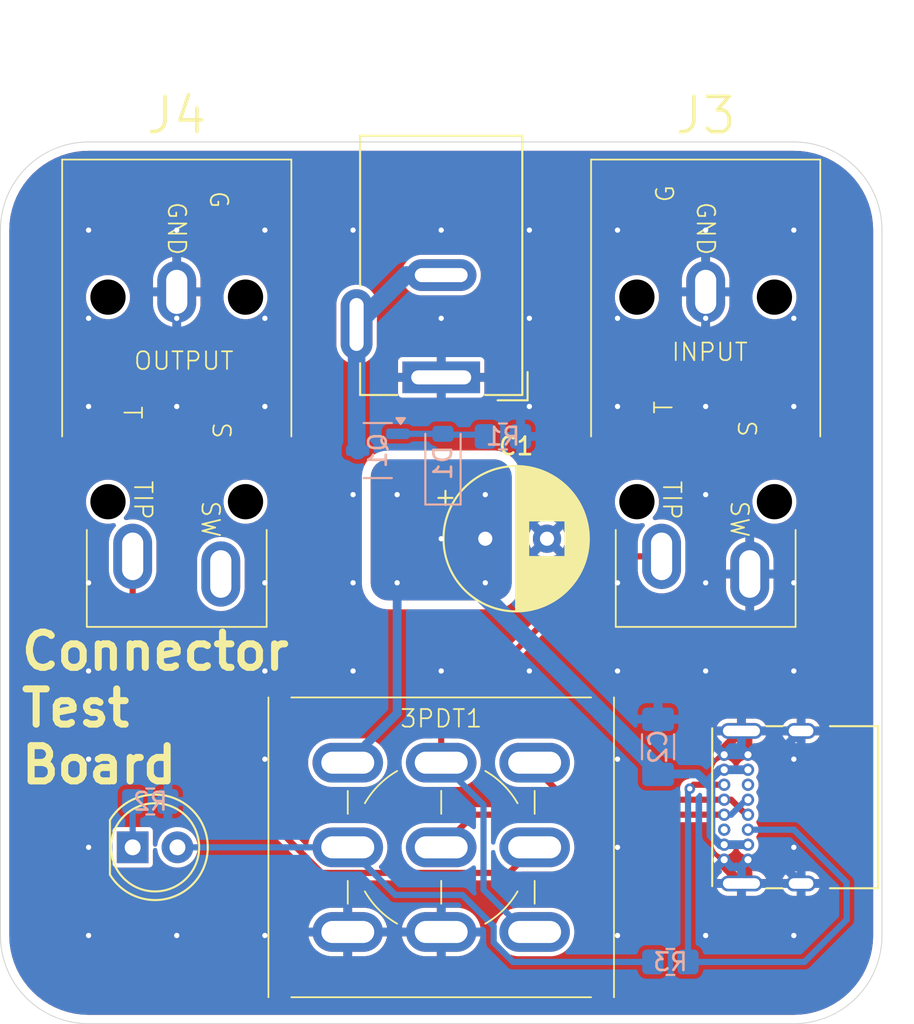
<source format=kicad_pcb>
(kicad_pcb (version 20241229) (generator "pcbnew") (generator_version "9.0")
  (layers (0 "F.Cu" jumper) (2 "B.Cu" signal) (13 "F.Paste" user) (15 "B.Paste" user) (5 "F.SilkS" user "F.Silkscreen") (7 "B.SilkS" user "B.Silkscreen") (1 "F.Mask" user) (3 "B.Mask" user) (25 "Edge.Cuts" user))
  (net 0 "")
  (net 1 "VIN")
  (net 2 "ACTIVE")
  (net 3 "GND")
  (net 4 "Net-(J2-SBU1)")
  (net 5 "IN^{RAW}")
  (net 6 "OUT^{RAW}")
  (net 7 "Net-(D1-A)")
  (net 8 "IN^{CONN}")
  (net 10 "OUT^{CONN}")
  (net 11 "PWRIN")
  (net 14 "Net-(D2-K)")
  (footprint "Connector_USB:USB_C_Receptacle_GCT_USB4085" (layer "F.Cu") (at 116.05 115.7 90)
    (property "Reference" "J2" (hide yes))
    (property "Value" "USB_C_Receptacle_USB2.0_16P")
    (fp_line (start -1.5 -0.68) (end 7.45 -0.68) (stroke (width 0.12)) (layer "F.SilkS"))
    (fp_line (start 7.57 2.4) (end 7.57 3.3) (stroke (width 0.12)) (layer "F.SilkS"))
    (fp_line (start -1.62 2.4) (end -1.62 3.3) (stroke (width 0.12)) (layer "F.SilkS"))
    (fp_line (start 7.57 6) (end 7.57 8.73) (stroke (width 0.12)) (layer "F.SilkS"))
    (fp_line (start -1.62 6) (end -1.62 8.73) (stroke (width 0.12)) (layer "F.SilkS"))
    (fp_line (start -1.62 8.73) (end 7.57 8.73) (stroke (width 0.12)) (layer "F.SilkS"))
    (pad "A1" thru_hole circle (at 0 0 90) (size 0.7 0.7) (drill 0.4) (layers "*.Cu" "*.Mask") (net 3 "GND"))
    (pad "A4" thru_hole circle (at 0.85 0 90) (size 0.7 0.7) (drill 0.4) (layers "*.Cu" "*.Mask") (net 1 "VIN"))
    (pad "A5" thru_hole circle (at 1.7 0 90) (size 0.7 0.7) (drill 0.4) (layers "*.Cu" "*.Mask"))
    (pad "A6" thru_hole circle (at 2.55 0 90) (size 0.7 0.7) (drill 0.4) (layers "*.Cu" "*.Mask") (net 5 "IN^{RAW}"))
    (pad "A7" thru_hole circle (at 3.4 0 90) (size 0.7 0.7) (drill 0.4) (layers "*.Cu" "*.Mask") (net 6 "OUT^{RAW}"))
    (pad "A8" thru_hole circle (at 4.25 0 90) (size 0.7 0.7) (drill 0.4) (layers "*.Cu" "*.Mask") (net 4 "Net-(J2-SBU1)"))
    (pad "A9" thru_hole circle (at 5.1 0 90) (size 0.7 0.7) (drill 0.4) (layers "*.Cu" "*.Mask") (net 1 "VIN"))
    (pad "A12" thru_hole circle (at 5.95 0 90) (size 0.7 0.7) (drill 0.4) (layers "*.Cu" "*.Mask") (net 3 "GND"))
    (pad "B1" thru_hole circle (at 5.95 1.35 90) (size 0.7 0.7) (drill 0.4) (layers "*.Cu" "*.Mask") (net 3 "GND"))
    (pad "B4" thru_hole circle (at 5.1 1.35 90) (size 0.7 0.7) (drill 0.4) (layers "*.Cu" "*.Mask") (net 1 "VIN"))
    (pad "B5" thru_hole circle (at 4.25 1.35 90) (size 0.7 0.7) (drill 0.4) (layers "*.Cu" "*.Mask"))
    (pad "B6" thru_hole circle (at 3.4 1.35 90) (size 0.7 0.7) (drill 0.4) (layers "*.Cu" "*.Mask") (net 5 "IN^{RAW}"))
    (pad "B7" thru_hole circle (at 2.55 1.35 90) (size 0.7 0.7) (drill 0.4) (layers "*.Cu" "*.Mask") (net 6 "OUT^{RAW}"))
    (pad "B8" thru_hole circle (at 1.7 1.35 90) (size 0.7 0.7) (drill 0.4) (layers "*.Cu" "*.Mask") (net 4 "Net-(J2-SBU1)"))
    (pad "B9" thru_hole circle (at 0.85 1.35 90) (size 0.7 0.7) (drill 0.4) (layers "*.Cu" "*.Mask") (net 1 "VIN"))
    (pad "B12" thru_hole circle (at 0 1.35 90) (size 0.7 0.7) (drill 0.4) (layers "*.Cu" "*.Mask") (net 3 "GND"))
    (pad "S1" thru_hole oval (at -1.35 0.98 90) (size 0.9 2.4) (drill oval 0.6 2.1) (layers "*.Cu" "*.Mask") (net 3 "GND"))
    (pad "S1" thru_hole oval (at -1.35 4.36 90) (size 0.9 1.7) (drill oval 0.6 1.4) (layers "*.Cu" "*.Mask") (net 3 "GND"))
    (pad "S1" thru_hole oval (at 7.3 0.98 90) (size 0.9 2.4) (drill oval 0.6 2.1) (layers "*.Cu" "*.Mask") (net 3 "GND"))
    (pad "S1" thru_hole oval (at 7.3 4.36 90) (size 0.9 1.7) (drill oval 0.6 1.4) (layers "*.Cu" "*.Mask") (net 3 "GND"))
  )
  (footprint "Connector_BarrelJack:BarrelJack_Wuerth_6941xx301002" (layer "F.Cu") (at 100 88.35 180)
    (property "Reference" "J1" (hide yes))
    (property "Value" "Barrel_Jack_Switch")
    (fp_line (start 4.6 13.7) (end -4.6 13.7) (stroke (width 0.12)) (layer "F.SilkS"))
    (fp_line (start 4.6 5.2) (end 4.6 13.7) (stroke (width 0.12)) (layer "F.SilkS"))
    (fp_line (start 4.6 -1) (end 4.6 0.8) (stroke (width 0.12)) (layer "F.SilkS"))
    (fp_line (start 2.5 -1) (end 4.6 -1) (stroke (width 0.12)) (layer "F.SilkS"))
    (fp_line (start -3.2 -1.3) (end -4.9 -1.3) (stroke (width 0.12)) (layer "F.SilkS"))
    (fp_line (start -4.6 13.7) (end -4.6 -1) (stroke (width 0.12)) (layer "F.SilkS"))
    (fp_line (start -4.6 -1) (end -2.5 -1) (stroke (width 0.12)) (layer "F.SilkS"))
    (fp_line (start -4.9 -1.3) (end -4.9 0.3) (stroke (width 0.12)) (layer "F.SilkS"))
    (pad "1" thru_hole rect (at 0 0 180) (size 4.4 1.8) (drill oval 3.4 0.8) (layers "*.Cu" "*.Mask") (net 3 "GND"))
    (pad "2" thru_hole oval (at 0 5.8 180) (size 4 1.8) (drill oval 3 0.8) (layers "*.Cu" "*.Mask") (net 11 "PWRIN"))
    (pad "3" thru_hole oval (at 4.8 3 270) (size 4 1.8) (drill oval 3 0.8) (layers "*.Cu" "*.Mask") (net 11 "PWRIN"))
  )
  (footprint "LED_THT:LED_D5.0mm" (layer "F.Cu") (at 82.5 115)
    (property "Reference" "D2" (hide yes))
    (property "Value" "LED")
    (fp_line (start -1.29 -1.545) (end -1.29 1.545) (stroke (width 0.12)) (layer "F.SilkS"))
    (fp_arc (start -1.29 -1.54483) (mid 2.071779 -2.880495) (end 4.26 0) (stroke (width 0.12)) (layer "F.SilkS"))
    (fp_arc (start 4.26 0) (mid 2.071779 2.880495) (end -1.29 1.54483) (stroke (width 0.12)) (layer "F.SilkS"))
    (fp_circle (center 1.27 0) (end 3.77 0) (stroke (width 0.12)) (fill no) (layer "F.SilkS"))
    (pad "1" thru_hole rect (at 0 0) (size 1.8 1.8) (drill 0.9) (layers "*.Cu" "*.Mask") (net 14 "Net-(D2-K)"))
    (pad "2" thru_hole circle (at 2.54 0) (size 1.8 1.8) (drill 0.9) (layers "*.Cu" "*.Mask") (net 2 "ACTIVE"))
  )
  (footprint "Capacitor_THT:CP_Radial_D8.0mm_P3.50mm" (layer "F.Cu") (at 102.5 97.5)
    (property "Reference" "C1" (at 1.75 -5.25 0) (layer "F.SilkS"))
    (property "Value" "100uF")
    (fp_line (start -2.659698 -2.315) (end -1.859698 -2.315) (stroke (width 0.12)) (layer "F.SilkS"))
    (fp_line (start -2.259698 -2.715) (end -2.259698 -1.915) (stroke (width 0.12)) (layer "F.SilkS"))
    (fp_line (start 1.75 -4.08) (end 1.75 4.08) (stroke (width 0.12)) (layer "F.SilkS"))
    (fp_line (start 1.79 -4.08) (end 1.79 4.08) (stroke (width 0.12)) (layer "F.SilkS"))
    (fp_line (start 1.83 -4.079) (end 1.83 4.079) (stroke (width 0.12)) (layer "F.SilkS"))
    (fp_line (start 1.87 -4.078) (end 1.87 4.078) (stroke (width 0.12)) (layer "F.SilkS"))
    (fp_line (start 1.91 -4.077) (end 1.91 4.077) (stroke (width 0.12)) (layer "F.SilkS"))
    (fp_line (start 1.95 -4.075) (end 1.95 4.075) (stroke (width 0.12)) (layer "F.SilkS"))
    (fp_line (start 1.99 -4.073) (end 1.99 4.073) (stroke (width 0.12)) (layer "F.SilkS"))
    (fp_line (start 2.03 -4.07) (end 2.03 4.07) (stroke (width 0.12)) (layer "F.SilkS"))
    (fp_line (start 2.07 -4.068) (end 2.07 4.068) (stroke (width 0.12)) (layer "F.SilkS"))
    (fp_line (start 2.11 -4.064) (end 2.11 4.064) (stroke (width 0.12)) (layer "F.SilkS"))
    (fp_line (start 2.15 -4.061) (end 2.15 4.061) (stroke (width 0.12)) (layer "F.SilkS"))
    (fp_line (start 2.19 -4.056) (end 2.19 4.056) (stroke (width 0.12)) (layer "F.SilkS"))
    (fp_line (start 2.23 -4.052) (end 2.23 4.052) (stroke (width 0.12)) (layer "F.SilkS"))
    (fp_line (start 2.27 -4.047) (end 2.27 4.047) (stroke (width 0.12)) (layer "F.SilkS"))
    (fp_line (start 2.31 -4.042) (end 2.31 4.042) (stroke (width 0.12)) (layer "F.SilkS"))
    (fp_line (start 2.35 -4.036) (end 2.35 4.036) (stroke (width 0.12)) (layer "F.SilkS"))
    (fp_line (start 2.39 -4.03) (end 2.39 4.03) (stroke (width 0.12)) (layer "F.SilkS"))
    (fp_line (start 2.43 -4.023) (end 2.43 4.023) (stroke (width 0.12)) (layer "F.SilkS"))
    (fp_line (start 2.47 -4.017) (end 2.47 -1.04) (stroke (width 0.12)) (layer "F.SilkS"))
    (fp_line (start 2.47 1.04) (end 2.47 4.017) (stroke (width 0.12)) (layer "F.SilkS"))
    (fp_line (start 2.51 -4.009) (end 2.51 -1.04) (stroke (width 0.12)) (layer "F.SilkS"))
    (fp_line (start 2.51 1.04) (end 2.51 4.009) (stroke (width 0.12)) (layer "F.SilkS"))
    (fp_line (start 2.55 -4.002) (end 2.55 -1.04) (stroke (width 0.12)) (layer "F.SilkS"))
    (fp_line (start 2.55 1.04) (end 2.55 4.002) (stroke (width 0.12)) (layer "F.SilkS"))
    (fp_line (start 2.59 -3.993) (end 2.59 -1.04) (stroke (width 0.12)) (layer "F.SilkS"))
    (fp_line (start 2.59 1.04) (end 2.59 3.993) (stroke (width 0.12)) (layer "F.SilkS"))
    (fp_line (start 2.63 -3.985) (end 2.63 -1.04) (stroke (width 0.12)) (layer "F.SilkS"))
    (fp_line (start 2.63 1.04) (end 2.63 3.985) (stroke (width 0.12)) (layer "F.SilkS"))
    (fp_line (start 2.67 -3.976) (end 2.67 -1.04) (stroke (width 0.12)) (layer "F.SilkS"))
    (fp_line (start 2.67 1.04) (end 2.67 3.976) (stroke (width 0.12)) (layer "F.SilkS"))
    (fp_line (start 2.71 -3.967) (end 2.71 -1.04) (stroke (width 0.12)) (layer "F.SilkS"))
    (fp_line (start 2.71 1.04) (end 2.71 3.967) (stroke (width 0.12)) (layer "F.SilkS"))
    (fp_line (start 2.75 -3.957) (end 2.75 -1.04) (stroke (width 0.12)) (layer "F.SilkS"))
    (fp_line (start 2.75 1.04) (end 2.75 3.957) (stroke (width 0.12)) (layer "F.SilkS"))
    (fp_line (start 2.79 -3.947) (end 2.79 -1.04) (stroke (width 0.12)) (layer "F.SilkS"))
    (fp_line (start 2.79 1.04) (end 2.79 3.947) (stroke (width 0.12)) (layer "F.SilkS"))
    (fp_line (start 2.83 -3.936) (end 2.83 -1.04) (stroke (width 0.12)) (layer "F.SilkS"))
    (fp_line (start 2.83 1.04) (end 2.83 3.936) (stroke (width 0.12)) (layer "F.SilkS"))
    (fp_line (start 2.87 -3.925) (end 2.87 -1.04) (stroke (width 0.12)) (layer "F.SilkS"))
    (fp_line (start 2.87 1.04) (end 2.87 3.925) (stroke (width 0.12)) (layer "F.SilkS"))
    (fp_line (start 2.91 -3.913) (end 2.91 -1.04) (stroke (width 0.12)) (layer "F.SilkS"))
    (fp_line (start 2.91 1.04) (end 2.91 3.913) (stroke (width 0.12)) (layer "F.SilkS"))
    (fp_line (start 2.95 -3.901) (end 2.95 -1.04) (stroke (width 0.12)) (layer "F.SilkS"))
    (fp_line (start 2.95 1.04) (end 2.95 3.901) (stroke (width 0.12)) (layer "F.SilkS"))
    (fp_line (start 2.99 -3.889) (end 2.99 -1.04) (stroke (width 0.12)) (layer "F.SilkS"))
    (fp_line (start 2.99 1.04) (end 2.99 3.889) (stroke (width 0.12)) (layer "F.SilkS"))
    (fp_line (start 3.03 -3.876) (end 3.03 -1.04) (stroke (width 0.12)) (layer "F.SilkS"))
    (fp_line (start 3.03 1.04) (end 3.03 3.876) (stroke (width 0.12)) (layer "F.SilkS"))
    (fp_line (start 3.07 -3.863) (end 3.07 -1.04) (stroke (width 0.12)) (layer "F.SilkS"))
    (fp_line (start 3.07 1.04) (end 3.07 3.863) (stroke (width 0.12)) (layer "F.SilkS"))
    (fp_line (start 3.11 -3.849) (end 3.11 -1.04) (stroke (width 0.12)) (layer "F.SilkS"))
    (fp_line (start 3.11 1.04) (end 3.11 3.849) (stroke (width 0.12)) (layer "F.SilkS"))
    (fp_line (start 3.15 -3.835) (end 3.15 -1.04) (stroke (width 0.12)) (layer "F.SilkS"))
    (fp_line (start 3.15 1.04) (end 3.15 3.835) (stroke (width 0.12)) (layer "F.SilkS"))
    (fp_line (start 3.19 -3.82) (end 3.19 -1.04) (stroke (width 0.12)) (layer "F.SilkS"))
    (fp_line (start 3.19 1.04) (end 3.19 3.82) (stroke (width 0.12)) (layer "F.SilkS"))
    (fp_line (start 3.23 -3.805) (end 3.23 -1.04) (stroke (width 0.12)) (layer "F.SilkS"))
    (fp_line (start 3.23 1.04) (end 3.23 3.805) (stroke (width 0.12)) (layer "F.SilkS"))
    (fp_line (start 3.27 -3.789) (end 3.27 -1.04) (stroke (width 0.12)) (layer "F.SilkS"))
    (fp_line (start 3.27 1.04) (end 3.27 3.789) (stroke (width 0.12)) (layer "F.SilkS"))
    (fp_line (start 3.31 -3.773) (end 3.31 -1.04) (stroke (width 0.12)) (layer "F.SilkS"))
    (fp_line (start 3.31 1.04) (end 3.31 3.773) (stroke (width 0.12)) (layer "F.SilkS"))
    (fp_line (start 3.35 -3.757) (end 3.35 -1.04) (stroke (width 0.12)) (layer "F.SilkS"))
    (fp_line (start 3.35 1.04) (end 3.35 3.757) (stroke (width 0.12)) (layer "F.SilkS"))
    (fp_line (start 3.39 -3.74) (end 3.39 -1.04) (stroke (width 0.12)) (layer "F.SilkS"))
    (fp_line (start 3.39 1.04) (end 3.39 3.74) (stroke (width 0.12)) (layer "F.SilkS"))
    (fp_line (start 3.43 -3.722) (end 3.43 -1.04) (stroke (width 0.12)) (layer "F.SilkS"))
    (fp_line (start 3.43 1.04) (end 3.43 3.722) (stroke (width 0.12)) (layer "F.SilkS"))
    (fp_line (start 3.47 -3.704) (end 3.47 -1.04) (stroke (width 0.12)) (layer "F.SilkS"))
    (fp_line (start 3.47 1.04) (end 3.47 3.704) (stroke (width 0.12)) (layer "F.SilkS"))
    (fp_line (start 3.51 -3.685) (end 3.51 -1.04) (stroke (width 0.12)) (layer "F.SilkS"))
    (fp_line (start 3.51 1.04) (end 3.51 3.685) (stroke (width 0.12)) (layer "F.SilkS"))
    (fp_line (start 3.55 -3.666) (end 3.55 -1.04) (stroke (width 0.12)) (layer "F.SilkS"))
    (fp_line (start 3.55 1.04) (end 3.55 3.666) (stroke (width 0.12)) (layer "F.SilkS"))
    (fp_line (start 3.59 -3.646) (end 3.59 -1.04) (stroke (width 0.12)) (layer "F.SilkS"))
    (fp_line (start 3.59 1.04) (end 3.59 3.646) (stroke (width 0.12)) (layer "F.SilkS"))
    (fp_line (start 3.63 -3.626) (end 3.63 -1.04) (stroke (width 0.12)) (layer "F.SilkS"))
    (fp_line (start 3.63 1.04) (end 3.63 3.626) (stroke (width 0.12)) (layer "F.SilkS"))
    (fp_line (start 3.67 -3.605) (end 3.67 -1.04) (stroke (width 0.12)) (layer "F.SilkS"))
    (fp_line (start 3.67 1.04) (end 3.67 3.605) (stroke (width 0.12)) (layer "F.SilkS"))
    (fp_line (start 3.71 -3.584) (end 3.71 -1.04) (stroke (width 0.12)) (layer "F.SilkS"))
    (fp_line (start 3.71 1.04) (end 3.71 3.584) (stroke (width 0.12)) (layer "F.SilkS"))
    (fp_line (start 3.75 -3.562) (end 3.75 -1.04) (stroke (width 0.12)) (layer "F.SilkS"))
    (fp_line (start 3.75 1.04) (end 3.75 3.562) (stroke (width 0.12)) (layer "F.SilkS"))
    (fp_line (start 3.79 -3.539) (end 3.79 -1.04) (stroke (width 0.12)) (layer "F.SilkS"))
    (fp_line (start 3.79 1.04) (end 3.79 3.539) (stroke (width 0.12)) (layer "F.SilkS"))
    (fp_line (start 3.83 -3.516) (end 3.83 -1.04) (stroke (width 0.12)) (layer "F.SilkS"))
    (fp_line (start 3.83 1.04) (end 3.83 3.516) (stroke (width 0.12)) (layer "F.SilkS"))
    (fp_line (start 3.87 -3.493) (end 3.87 -1.04) (stroke (width 0.12)) (layer "F.SilkS"))
    (fp_line (start 3.87 1.04) (end 3.87 3.493) (stroke (width 0.12)) (layer "F.SilkS"))
    (fp_line (start 3.91 -3.468) (end 3.91 -1.04) (stroke (width 0.12)) (layer "F.SilkS"))
    (fp_line (start 3.91 1.04) (end 3.91 3.468) (stroke (width 0.12)) (layer "F.SilkS"))
    (fp_line (start 3.95 -3.443) (end 3.95 -1.04) (stroke (width 0.12)) (layer "F.SilkS"))
    (fp_line (start 3.95 1.04) (end 3.95 3.443) (stroke (width 0.12)) (layer "F.SilkS"))
    (fp_line (start 3.99 -3.418) (end 3.99 -1.04) (stroke (width 0.12)) (layer "F.SilkS"))
    (fp_line (start 3.99 1.04) (end 3.99 3.418) (stroke (width 0.12)) (layer "F.SilkS"))
    (fp_line (start 4.03 -3.392) (end 4.03 -1.04) (stroke (width 0.12)) (layer "F.SilkS"))
    (fp_line (start 4.03 1.04) (end 4.03 3.392) (stroke (width 0.12)) (layer "F.SilkS"))
    (fp_line (start 4.07 -3.365) (end 4.07 -1.04) (stroke (width 0.12)) (layer "F.SilkS"))
    (fp_line (start 4.07 1.04) (end 4.07 3.365) (stroke (width 0.12)) (layer "F.SilkS"))
    (fp_line (start 4.11 -3.337) (end 4.11 -1.04) (stroke (width 0.12)) (layer "F.SilkS"))
    (fp_line (start 4.11 1.04) (end 4.11 3.337) (stroke (width 0.12)) (layer "F.SilkS"))
    (fp_line (start 4.15 -3.309) (end 4.15 -1.04) (stroke (width 0.12)) (layer "F.SilkS"))
    (fp_line (start 4.15 1.04) (end 4.15 3.309) (stroke (width 0.12)) (layer "F.SilkS"))
    (fp_line (start 4.19 -3.28) (end 4.19 -1.04) (stroke (width 0.12)) (layer "F.SilkS"))
    (fp_line (start 4.19 1.04) (end 4.19 3.28) (stroke (width 0.12)) (layer "F.SilkS"))
    (fp_line (start 4.23 -3.25) (end 4.23 -1.04) (stroke (width 0.12)) (layer "F.SilkS"))
    (fp_line (start 4.23 1.04) (end 4.23 3.25) (stroke (width 0.12)) (layer "F.SilkS"))
    (fp_line (start 4.27 -3.219) (end 4.27 -1.04) (stroke (width 0.12)) (layer "F.SilkS"))
    (fp_line (start 4.27 1.04) (end 4.27 3.219) (stroke (width 0.12)) (layer "F.SilkS"))
    (fp_line (start 4.31 -3.188) (end 4.31 -1.04) (stroke (width 0.12)) (layer "F.SilkS"))
    (fp_line (start 4.31 1.04) (end 4.31 3.188) (stroke (width 0.12)) (layer "F.SilkS"))
    (fp_line (start 4.35 -3.156) (end 4.35 -1.04) (stroke (width 0.12)) (layer "F.SilkS"))
    (fp_line (start 4.35 1.04) (end 4.35 3.156) (stroke (width 0.12)) (layer "F.SilkS"))
    (fp_line (start 4.39 -3.123) (end 4.39 -1.04) (stroke (width 0.12)) (layer "F.SilkS"))
    (fp_line (start 4.39 1.04) (end 4.39 3.123) (stroke (width 0.12)) (layer "F.SilkS"))
    (fp_line (start 4.43 -3.089) (end 4.43 -1.04) (stroke (width 0.12)) (layer "F.SilkS"))
    (fp_line (start 4.43 1.04) (end 4.43 3.089) (stroke (width 0.12)) (layer "F.SilkS"))
    (fp_line (start 4.47 -3.055) (end 4.47 -1.04) (stroke (width 0.12)) (layer "F.SilkS"))
    (fp_line (start 4.47 1.04) (end 4.47 3.055) (stroke (width 0.12)) (layer "F.SilkS"))
    (fp_line (start 4.51 -3.019) (end 4.51 -1.04) (stroke (width 0.12)) (layer "F.SilkS"))
    (fp_line (start 4.51 1.04) (end 4.51 3.019) (stroke (width 0.12)) (layer "F.SilkS"))
    (fp_line (start 4.55 -2.982) (end 4.55 2.982) (stroke (width 0.12)) (layer "F.SilkS"))
    (fp_line (start 4.59 -2.945) (end 4.59 2.945) (stroke (width 0.12)) (layer "F.SilkS"))
    (fp_line (start 4.63 -2.906) (end 4.63 2.906) (stroke (width 0.12)) (layer "F.SilkS"))
    (fp_line (start 4.67 -2.867) (end 4.67 2.867) (stroke (width 0.12)) (layer "F.SilkS"))
    (fp_line (start 4.71 -2.826) (end 4.71 2.826) (stroke (width 0.12)) (layer "F.SilkS"))
    (fp_line (start 4.75 -2.784) (end 4.75 2.784) (stroke (width 0.12)) (layer "F.SilkS"))
    (fp_line (start 4.79 -2.741) (end 4.79 2.741) (stroke (width 0.12)) (layer "F.SilkS"))
    (fp_line (start 4.83 -2.696) (end 4.83 2.696) (stroke (width 0.12)) (layer "F.SilkS"))
    (fp_line (start 4.87 -2.651) (end 4.87 2.651) (stroke (width 0.12)) (layer "F.SilkS"))
    (fp_line (start 4.91 -2.604) (end 4.91 2.604) (stroke (width 0.12)) (layer "F.SilkS"))
    (fp_line (start 4.95 -2.555) (end 4.95 2.555) (stroke (width 0.12)) (layer "F.SilkS"))
    (fp_line (start 4.99 -2.505) (end 4.99 2.505) (stroke (width 0.12)) (layer "F.SilkS"))
    (fp_line (start 5.03 -2.453) (end 5.03 2.453) (stroke (width 0.12)) (layer "F.SilkS"))
    (fp_line (start 5.07 -2.4) (end 5.07 2.4) (stroke (width 0.12)) (layer "F.SilkS"))
    (fp_line (start 5.11 -2.344) (end 5.11 2.344) (stroke (width 0.12)) (layer "F.SilkS"))
    (fp_line (start 5.15 -2.287) (end 5.15 2.287) (stroke (width 0.12)) (layer "F.SilkS"))
    (fp_line (start 5.19 -2.227) (end 5.19 2.227) (stroke (width 0.12)) (layer "F.SilkS"))
    (fp_line (start 5.23 -2.165) (end 5.23 2.165) (stroke (width 0.12)) (layer "F.SilkS"))
    (fp_line (start 5.27 -2.101) (end 5.27 2.101) (stroke (width 0.12)) (layer "F.SilkS"))
    (fp_line (start 5.31 -2.034) (end 5.31 2.034) (stroke (width 0.12)) (layer "F.SilkS"))
    (fp_line (start 5.35 -1.964) (end 5.35 1.964) (stroke (width 0.12)) (layer "F.SilkS"))
    (fp_line (start 5.39 -1.89) (end 5.39 1.89) (stroke (width 0.12)) (layer "F.SilkS"))
    (fp_line (start 5.43 -1.813) (end 5.43 1.813) (stroke (width 0.12)) (layer "F.SilkS"))
    (fp_line (start 5.47 -1.731) (end 5.47 1.731) (stroke (width 0.12)) (layer "F.SilkS"))
    (fp_line (start 5.51 -1.644) (end 5.51 1.644) (stroke (width 0.12)) (layer "F.SilkS"))
    (fp_line (start 5.55 -1.552) (end 5.55 1.552) (stroke (width 0.12)) (layer "F.SilkS"))
    (fp_line (start 5.59 -1.453) (end 5.59 1.453) (stroke (width 0.12)) (layer "F.SilkS"))
    (fp_line (start 5.63 -1.346) (end 5.63 1.346) (stroke (width 0.12)) (layer "F.SilkS"))
    (fp_line (start 5.67 -1.228) (end 5.67 1.228) (stroke (width 0.12)) (layer "F.SilkS"))
    (fp_line (start 5.71 -1.097) (end 5.71 1.097) (stroke (width 0.12)) (layer "F.SilkS"))
    (fp_line (start 5.75 -0.947) (end 5.75 0.947) (stroke (width 0.12)) (layer "F.SilkS"))
    (fp_line (start 5.79 -0.768) (end 5.79 0.768) (stroke (width 0.12)) (layer "F.SilkS"))
    (fp_line (start 5.83 -0.533) (end 5.83 0.533) (stroke (width 0.12)) (layer "F.SilkS"))
    (fp_circle (center 1.75 0) (end 5.87 0) (stroke (width 0.12)) (fill no) (layer "F.SilkS"))
    (pad "1" thru_hole roundrect (at 0 0) (size 1.6 1.6) (drill 0.8) (layers "*.Cu" "*.Mask") (roundrect_rratio 0.15625) (net 1 "VIN"))
    (pad "2" thru_hole circle (at 3.5 0) (size 1.6 1.6) (drill 0.8) (layers "*.Cu" "*.Mask") (net 3 "GND"))
  )
  (footprint "Mylib:3PDT-Stomp-Switch" (layer "F.Cu") (at 100 115)
    (property "Reference" "3PDT1" (at 0 -7.3 0) (layer "F.SilkS") (effects (font (thickness 0.1))))
    (property "Value" "3PDT")
    (fp_line (start -9.8 -8.5) (end -9.8 8.5) (stroke (width 0.1)) (layer "F.SilkS"))
    (fp_line (start -8.5 -8.5) (end 8.5 -8.5) (stroke (width 0.1)) (layer "F.SilkS"))
    (fp_line (start -8.5 8.5) (end 8.5 8.5) (stroke (width 0.1)) (layer "F.SilkS"))
    (fp_line (start -5.3 -3.2) (end -5.3 -1.9) (stroke (width 0.1)) (layer "F.SilkS"))
    (fp_line (start -5.3 1.9) (end -5.3 3.2) (stroke (width 0.1)) (layer "F.SilkS"))
    (fp_line (start 0 -3.2) (end 0 -1.9) (stroke (width 0.1)) (layer "F.SilkS"))
    (fp_line (start 0 1.9) (end 0 3.2) (stroke (width 0.1)) (layer "F.SilkS"))
    (fp_line (start 5.3 -3.2) (end 5.3 -1.9) (stroke (width 0.1)) (layer "F.SilkS"))
    (fp_line (start 5.3 1.9) (end 5.3 3.2) (stroke (width 0.1)) (layer "F.SilkS"))
    (fp_line (start 9.8 -8.5) (end 9.8 8.5) (stroke (width 0.1)) (layer "F.SilkS"))
    (fp_arc (start -4.33 -2.5) (mid -3.535462 -3.535462) (end -2.5 -4.33) (stroke (width 0.1)) (layer "F.SilkS"))
    (fp_arc (start -2.5 4.33) (mid -3.535462 3.535462) (end -4.33 2.5) (stroke (width 0.1)) (layer "F.SilkS"))
    (fp_arc (start 2.5 -4.33) (mid 3.535462 -3.535462) (end 4.33 -2.5) (stroke (width 0.1)) (layer "F.SilkS"))
    (fp_arc (start 4.33 2.5) (mid 3.535462 3.535462) (end 2.5 4.33) (stroke (width 0.1)) (layer "F.SilkS"))
    (pad "1" thru_hole oval (at -5.3 -4.8) (size 4 2.25) (drill oval 3 1.25) (layers "*.Cu" "*.Mask") (net 1 "VIN"))
    (pad "2" thru_hole oval (at -5.3 0) (size 4 2.25) (drill oval 3 1.25) (layers "*.Cu" "*.Mask") (net 2 "ACTIVE"))
    (pad "3" thru_hole oval (at -5.3 4.8) (size 4 2.25) (drill oval 3 1.25) (layers "*.Cu" "*.Mask") (net 3 "GND"))
    (pad "4" thru_hole oval (at 0 -4.8) (size 4 2.25) (drill oval 3 1.25) (layers "*.Cu" "*.Mask") (net 8 "IN^{CONN}"))
    (pad "5" thru_hole oval (at 0 0) (size 4 2.25) (drill oval 3 1.25) (layers "*.Cu" "*.Mask") (net 5 "IN^{RAW}"))
    (pad "6" thru_hole oval (at 0 4.8) (size 4 2.25) (drill oval 3 1.25) (layers "*.Cu" "*.Mask") (net 3 "GND"))
    (pad "7" thru_hole oval (at 5.3 -4.8) (size 4 2.25) (drill oval 3 1.25) (layers "*.Cu" "*.Mask") (net 6 "OUT^{RAW}"))
    (pad "8" thru_hole oval (at 5.3 0) (size 4 2.25) (drill oval 3 1.25) (layers "*.Cu" "*.Mask") (net 10 "OUT^{CONN}"))
    (pad "9" thru_hole oval (at 5.3 4.8) (size 4 2.25) (drill oval 3 1.25) (layers "*.Cu" "*.Mask") (net 8 "IN^{CONN}"))
  )
  (footprint "Mylib:CK-6.35" (layer "F.Cu") (at 115 83.5 -90)
    (property "Reference" "J3" (at -10 0 0) (layer "F.SilkS") (effects (font (size 2 2) (thickness 0.2))))
    (property "Value" "AudioJack2_Ground")
    (fp_line (start -7.5 6.5) (end 8.2 6.5) (stroke (width 0.1)) (layer "F.SilkS"))
    (fp_line (start 19 5.1) (end 13.5 5.1) (stroke (width 0.1)) (layer "F.SilkS"))
    (fp_line (start 13.5 -5.1) (end 19 -5.1) (stroke (width 0.1)) (layer "F.SilkS"))
    (fp_line (start 19 -5.1) (end 19 5.1) (stroke (width 0.1)) (layer "F.SilkS"))
    (fp_line (start -7.5 -6.5) (end -7.5 6.5) (stroke (width 0.1)) (layer "F.SilkS"))
    (fp_line (start -7.5 -6.5) (end 8.2 -6.5) (stroke (width 0.1)) (layer "F.SilkS"))
    (fp_text user "TIP" (at 13 2.5 270) (layer "F.SilkS") (effects (font (thickness 0.1)) (justify right bottom)))
    (fp_text user "SW" (at 14 -2.5 270) (layer "F.SilkS") (effects (font (thickness 0.1)) (justify right top)))
    (fp_text user "G" (at -5 1.7 90) (layer "F.SilkS") (effects (font (thickness 0.1)) (justify left bottom)))
    (fp_text user "T" (at 7 1.8 90) (layer "F.SilkS") (effects (font (thickness 0.1)) (justify left bottom)))
    (fp_text user "GND" (at -2 0 270) (layer "F.SilkS") (effects (font (thickness 0.1)) (justify right)))
    (fp_text user "S" (at 8.3 -3 90) (layer "F.SilkS") (effects (font (thickness 0.1)) (justify left bottom)))
    (pad "" np_thru_hole circle (at 0.3 -3.9 270) (size 2.54 2.54) (drill 2) (layers "*.Mask"))
    (pad "" np_thru_hole circle (at 0.3 3.9 270) (size 2.54 2.54) (drill 2) (layers "*.Mask"))
    (pad "" np_thru_hole circle (at 11.9 -3.9 270) (size 2.54 2.54) (drill 2) (layers "*.Mask"))
    (pad "" np_thru_hole circle (at 11.9 3.9 270) (size 2.54 2.54) (drill 2) (layers "*.Mask"))
    (pad "G" thru_hole oval (at 0 0 270) (size 3.5 2.2) (drill oval 2.5 1.2) (layers "*.Cu" "*.Mask") (net 3 "GND"))
    (pad "S" thru_hole oval (at 16 -2.5 270) (size 3.7 2.2) (drill oval 2.7 1.2) (layers "*.Cu" "*.Mask") (net 3 "GND"))
    (pad "T" thru_hole oval (at 15 2.5 270) (size 3.7 2.2) (drill oval 2.7 1.2) (layers "*.Cu" "*.Mask") (net 8 "IN^{CONN}"))
  )
  (footprint "Mylib:CK-6.35" (layer "F.Cu") (at 85 83.5 -90)
    (property "Reference" "J4" (at -10 0 0) (layer "F.SilkS") (effects (font (size 2 2) (thickness 0.2))))
    (property "Value" "AudioJack2_Ground")
    (fp_line (start -7.5 6.5) (end 8.2 6.5) (stroke (width 0.1)) (layer "F.SilkS"))
    (fp_line (start 19 5.1) (end 13.5 5.1) (stroke (width 0.1)) (layer "F.SilkS"))
    (fp_line (start 13.5 -5.1) (end 19 -5.1) (stroke (width 0.1)) (layer "F.SilkS"))
    (fp_line (start 19 -5.1) (end 19 5.1) (stroke (width 0.1)) (layer "F.SilkS"))
    (fp_line (start -7.5 -6.5) (end -7.5 6.5) (stroke (width 0.1)) (layer "F.SilkS"))
    (fp_line (start -7.5 -6.5) (end 8.2 -6.5) (stroke (width 0.1)) (layer "F.SilkS"))
    (fp_text user "TIP" (at 13 2.5 270) (layer "F.SilkS") (effects (font (thickness 0.1)) (justify right bottom)))
    (fp_text user "GND" (at -2 0 270) (layer "F.SilkS") (effects (font (thickness 0.1)) (justify right)))
    (fp_text user "S" (at 8.4 -3.2 90) (layer "F.SilkS") (effects (font (thickness 0.1)) (justify left bottom)))
    (fp_text user "SW" (at 14 -2.5 270) (layer "F.SilkS") (effects (font (thickness 0.1)) (justify right top)))
    (fp_text user "G" (at -5.8 -1.8 270) (layer "F.SilkS") (effects (font (thickness 0.1)) (justify left bottom)))
    (fp_text user "T" (at 6.4 3.1 270) (layer "F.SilkS") (effects (font (thickness 0.1)) (justify left bottom)))
    (pad "" np_thru_hole circle (at 0.3 -3.9 270) (size 2.54 2.54) (drill 2) (layers "*.Mask"))
    (pad "" np_thru_hole circle (at 0.3 3.9 270) (size 2.54 2.54) (drill 2) (layers "*.Mask"))
    (pad "" np_thru_hole circle (at 11.9 -3.9 270) (size 2.54 2.54) (drill 2) (layers "*.Mask"))
    (pad "" np_thru_hole circle (at 11.9 3.9 270) (size 2.54 2.54) (drill 2) (layers "*.Mask"))
    (pad "G" thru_hole oval (at 0 0 270) (size 3.5 2.2) (drill oval 2.5 1.2) (layers "*.Cu" "*.Mask") (net 3 "GND"))
    (pad "S" thru_hole oval (at 16 -2.5 270) (size 3.7 2.2) (drill oval 2.7 1.2) (layers "*.Cu" "*.Mask"))
    (pad "T" thru_hole oval (at 15 2.5 270) (size 3.7 2.2) (drill oval 2.7 1.2) (layers "*.Cu" "*.Mask") (net 10 "OUT^{CONN}"))
  )
  (footprint "Resistor_SMD:R_0805_2012Metric_Pad1.20x1.40mm_HandSolder" (layer "B.Cu") (at 83.5 112.4 180)
    (property "Reference" "R2" (at 0 0 0) (layer "B.SilkS") (effects (justify mirror)))
    (property "Value" "2k2")
    (fp_line (start -0.227064 0.735) (end 0.227064 0.735) (stroke (width 0.12)) (layer "B.SilkS"))
    (fp_line (start -0.227064 -0.735) (end 0.227064 -0.735) (stroke (width 0.12)) (layer "B.SilkS"))
    (pad "1" smd roundrect (at -1 0 180) (size 1.2 1.4) (layers "B.Cu" "B.Mask" "B.Paste") (roundrect_rratio 0.208333) (net 3 "GND"))
    (pad "2" smd roundrect (at 1 0 180) (size 1.2 1.4) (layers "B.Cu" "B.Mask" "B.Paste") (roundrect_rratio 0.208333) (net 14 "Net-(D2-K)"))
  )
  (footprint "Capacitor_SMD:C_1206_3216Metric_Pad1.33x1.80mm_HandSolder" (layer "B.Cu") (at 112.3 109.3 90)
    (property "Reference" "C2" (at 0 0 90) (layer "B.SilkS") (effects (justify mirror)))
    (property "Value" "10uF")
    (fp_line (start -0.711252 -0.91) (end 0.711252 -0.91) (stroke (width 0.12)) (layer "B.SilkS"))
    (fp_line (start -0.711252 0.91) (end 0.711252 0.91) (stroke (width 0.12)) (layer "B.SilkS"))
    (pad "1" smd roundrect (at -1.5625 0 90) (size 1.325 1.8) (layers "B.Cu" "B.Mask" "B.Paste") (roundrect_rratio 0.188679) (net 1 "VIN"))
    (pad "2" smd roundrect (at 1.5625 0 90) (size 1.325 1.8) (layers "B.Cu" "B.Mask" "B.Paste") (roundrect_rratio 0.188679) (net 3 "GND"))
  )
  (footprint "Resistor_SMD:R_0805_2012Metric_Pad1.20x1.40mm_HandSolder" (layer "B.Cu") (at 113 121.5)
    (property "Reference" "R3" (at 0 0 0) (layer "B.SilkS") (effects (justify mirror)))
    (property "Value" "2k2")
    (fp_line (start -0.227064 -0.735) (end 0.227064 -0.735) (stroke (width 0.12)) (layer "B.SilkS"))
    (fp_line (start -0.227064 0.735) (end 0.227064 0.735) (stroke (width 0.12)) (layer "B.SilkS"))
    (pad "1" smd roundrect (at -1 0) (size 1.2 1.4) (layers "B.Cu" "B.Mask" "B.Paste") (roundrect_rratio 0.208333) (net 2 "ACTIVE"))
    (pad "2" smd roundrect (at 1 0) (size 1.2 1.4) (layers "B.Cu" "B.Mask" "B.Paste") (roundrect_rratio 0.208333) (net 4 "Net-(J2-SBU1)"))
  )
  (footprint "Package_TO_SOT_SMD:SOT-23-3" (layer "B.Cu") (at 96.4 92.5 180)
    (property "Reference" "Q1" (at 0 0 90) (layer "B.SilkS") (effects (justify mirror)))
    (property "Value" "40V")
    (fp_line (start 0 1.56) (end 0.8 1.56) (stroke (width 0.12)) (layer "B.SilkS"))
    (fp_line (start 0 1.56) (end -0.8 1.56) (stroke (width 0.12)) (layer "B.SilkS"))
    (fp_line (start 0 -1.56) (end 0.8 -1.56) (stroke (width 0.12)) (layer "B.SilkS"))
    (fp_line (start 0 -1.56) (end -0.8 -1.56) (stroke (width 0.12)) (layer "B.SilkS"))
    (fp_poly (pts (xy -1.3 1.51) (xy -1.54 1.84) (xy -1.06 1.84)) (stroke (width 0.12)) (fill yes) (layer "B.SilkS"))
    (pad "1" smd roundrect (at -1.1375 0.95 180) (size 1.325 0.6) (layers "B.Cu" "B.Mask" "B.Paste") (net 7 "Net-(D1-A)"))
    (pad "2" smd roundrect (at -1.1375 -0.95 180) (size 1.325 0.6) (layers "B.Cu" "B.Mask" "B.Paste") (net 1 "VIN"))
    (pad "3" smd roundrect (at 1.1375 0 180) (size 1.325 0.6) (layers "B.Cu" "B.Mask" "B.Paste") (net 11 "PWRIN"))
  )
  (footprint "Diode_SMD:D_SOD-123" (layer "B.Cu") (at 100.1 93.2 90)
    (property "Reference" "D1" (at 0 0 90) (layer "B.SilkS") (effects (justify mirror)))
    (property "Value" "12V")
    (fp_line (start -2.36 -1) (end 1.65 -1) (stroke (width 0.12)) (layer "B.SilkS"))
    (fp_line (start -2.36 1) (end -2.36 -1) (stroke (width 0.12)) (layer "B.SilkS"))
    (fp_line (start -2.36 1) (end 1.65 1) (stroke (width 0.12)) (layer "B.SilkS"))
    (pad "1" smd roundrect (at -1.65 0 90) (size 0.9 1.2) (layers "B.Cu" "B.Mask" "B.Paste") (net 1 "VIN"))
    (pad "2" smd roundrect (at 1.65 0 90) (size 0.9 1.2) (layers "B.Cu" "B.Mask" "B.Paste") (net 7 "Net-(D1-A)"))
  )
  (footprint "Resistor_SMD:R_0805_2012Metric_Pad1.20x1.40mm_HandSolder" (layer "B.Cu") (at 103.5 91.7)
    (property "Reference" "R1" (at 0 0 0) (layer "B.SilkS") (effects (justify mirror)))
    (property "Value" "100k")
    (fp_line (start -0.227064 -0.735) (end 0.227064 -0.735) (stroke (width 0.12)) (layer "B.SilkS"))
    (fp_line (start -0.227064 0.735) (end 0.227064 0.735) (stroke (width 0.12)) (layer "B.SilkS"))
    (pad "1" smd roundrect (at -1 0) (size 1.2 1.4) (layers "B.Cu" "B.Mask" "B.Paste") (roundrect_rratio 0.208333) (net 7 "Net-(D1-A)"))
    (pad "2" smd roundrect (at 1 0) (size 1.2 1.4) (layers "B.Cu" "B.Mask" "B.Paste") (roundrect_rratio 0.208333) (net 3 "GND"))
  )
  (gr_arc (start 120 75) (mid 123.535534 76.464466) (end 125 80) (stroke (width 0.05)) (layer "Edge.Cuts"))
  (gr_line (start 125 80) (end 125 120) (stroke (width 0.05)) (layer "Edge.Cuts"))
  (gr_line (start 80 75) (end 120 75) (stroke (width 0.05)) (layer "Edge.Cuts"))
  (gr_arc (start 80 125) (mid 76.464466 123.535534) (end 75 120) (stroke (width 0.05)) (layer "Edge.Cuts"))
  (gr_line (start 75 80) (end 75 120) (stroke (width 0.05)) (layer "Edge.Cuts"))
  (gr_arc (start 75 80) (mid 76.464466 76.464466) (end 80 75) (stroke (width 0.05)) (layer "Edge.Cuts"))
  (gr_line (start 80 125) (end 120 125) (stroke (width 0.05)) (layer "Edge.Cuts"))
  (gr_arc (start 125 120) (mid 123.535534 123.535534) (end 120 125) (stroke (width 0.05)) (layer "Edge.Cuts"))
  (gr_text "INPUT" (at 113 87.5 0) (layer "F.SilkS") (effects (font (size 1 1) (thickness 0.1)) (justify left bottom)))
  (gr_text "Connector\nTest\nBoard\n" (at 76 111.5 0) (layer "F.SilkS") (effects (font (size 2 2) (thickness 0.4) (bold yes)) (justify left bottom)))
  (gr_text "OUTPUT" (at 82.5 88 0) (layer "F.SilkS") (effects (font (size 1 1) (thickness 0.1)) (justify left bottom)))
  (via (at 100 97.5) (size 0.6) (drill 0.3) (layers "F.Cu" "B.Cu") (net 1))
  (via (at 97.5 100) (size 0.6) (drill 0.3) (layers "F.Cu" "B.Cu") (net 1))
  (via (at 97.5 95) (size 0.6) (drill 0.3) (layers "F.Cu" "B.Cu") (net 1))
  (via (at 102.5 95) (size 0.6) (drill 0.3) (layers "F.Cu" "B.Cu") (net 1))
  (via (at 102.5 100) (size 0.6) (drill 0.3) (layers "F.Cu" "B.Cu") (net 1))
  (segment (start 115.299 111.6) (end 114.5365 110.8375) (width 0.5) (layer "B.Cu") (net 1))
  (segment (start 102.5 97.5) (end 102.5 100.8) (width 1) (layer "B.Cu") (net 1))
  (segment (start 114.5365 110.8375) (end 112.2 110.8375) (width 0.5) (layer "B.Cu") (net 1))
  (segment (start 102.5 100.8) (end 112.2 110.5) (width 1) (layer "B.Cu") (net 1))
  (segment (start 115.299 111.6) (end 115.299 111.1) (width 0.5) (layer "B.Cu") (net 1))
  (segment (start 115.837925 114.85) (end 115.299 114.311075) (width 0.5) (layer "B.Cu") (net 1))
  (segment (start 97.5 107.4) (end 94.7 110.2) (width 0.5) (layer "B.Cu") (net 1))
  (segment (start 116.05 114.85) (end 115.837925 114.85) (width 0.5) (layer "B.Cu") (net 1))
  (segment (start 115.299 111.1) (end 115.799 110.6) (width 0.5) (layer "B.Cu") (net 1))
  (segment (start 115.799 110.6) (end 116.05 110.6) (width 0.5) (layer "B.Cu") (net 1))
  (segment (start 115.299 114.311075) (end 115.299 111.6) (width 0.5) (layer "B.Cu") (net 1))
  (segment (start 117.4 114.85) (end 116.05 114.85) (width 0.5) (layer "B.Cu") (net 1))
  (segment (start 117.4 110.6) (end 116.05 110.6) (width 0.5) (layer "B.Cu") (net 1))
  (segment (start 97.5 100) (end 97.5 107.4) (width 0.5) (layer "B.Cu") (net 1))
  (segment (start 112.2 110.5) (end 112.2 110.8375) (width 1) (layer "B.Cu") (net 1))
  (segment (start 94.7 115) (end 97.4 117.7) (width 0.35) (layer "B.Cu") (net 2))
  (segment (start 104.072976 121.5) (end 111.802 121.5) (width 0.35) (layer "B.Cu") (net 2))
  (segment (start 85.04 115) (end 94.7 115) (width 0.35) (layer "B.Cu") (net 2))
  (segment (start 102.974 120.401024) (end 104.072976 121.5) (width 0.35) (layer "B.Cu") (net 2))
  (segment (start 97.4 117.7) (end 101.2 117.7) (width 0.35) (layer "B.Cu") (net 2))
  (segment (start 102.974 119.474) (end 102.974 120.401024) (width 0.35) (layer "B.Cu") (net 2))
  (segment (start 101.2 117.7) (end 102.974 119.474) (width 0.35) (layer "B.Cu") (net 2))
  (segment (start 116.49 108.94) (end 117.03 108.4) (width 0.5) (layer "F.Cu") (net 3))
  (segment (start 116.05 115.7) (end 116.05 116.07) (width 0.5) (layer "F.Cu") (net 3))
  (segment (start 116.05 109.75) (end 116.05 109.38) (width 0.5) (layer "F.Cu") (net 3))
  (segment (start 116.05 109.38) (end 116.49 108.94) (width 0.5) (layer "F.Cu") (net 3))
  (segment (start 117.4 115.7) (end 117.4 116.68) (width 0.5) (layer "F.Cu") (net 3))
  (segment (start 117.4 109.75) (end 117.4 108.77) (width 0.5) (layer "F.Cu") (net 3))
  (segment (start 117.4 108.77) (end 117.03 108.4) (width 0.5) (layer "F.Cu") (net 3))
  (segment (start 116.05 115.7) (end 117.4 115.7) (width 0.5) (layer "F.Cu") (net 3))
  (segment (start 116.05 116.07) (end 117.03 117.05) (width 0.5) (layer "F.Cu") (net 3))
  (segment (start 117.4 116.68) (end 117.03 117.05) (width 0.5) (layer "F.Cu") (net 3))
  (via (at 95 100) (size 0.6) (drill 0.3) (layers "F.Cu" "B.Cu") (net 3))
  (via (at 115 90) (size 0.6) (drill 0.3) (layers "F.Cu" "B.Cu") (net 3))
  (via (at 115 85) (size 0.6) (drill 0.3) (layers "F.Cu" "B.Cu") (net 3))
  (via (at 120 120) (size 0.6) (drill 0.3) (layers "F.Cu" "B.Cu") (net 3))
  (via (at 110 110) (size 0.6) (drill 0.3) (layers "F.Cu" "B.Cu") (net 3))
  (via (at 95 80) (size 0.6) (drill 0.3) (layers "F.Cu" "B.Cu") (net 3))
  (via (at 85 120) (size 0.6) (drill 0.3) (layers "F.Cu" "B.Cu") (net 3))
  (via (at 80 110) (size 0.6) (drill 0.3) (layers "F.Cu" "B.Cu") (net 3))
  (via (at 100 105) (size 0.6) (drill 0.3) (layers "F.Cu" "B.Cu") (net 3))
  (via (at 115 100) (size 0.6) (drill 0.3) (layers "F.Cu" "B.Cu") (net 3))
  (via (at 105 85) (size 0.6) (drill 0.3) (layers "F.Cu" "B.Cu") (net 3))
  (via (at 105 105) (size 0.6) (drill 0.3) (layers "F.Cu" "B.Cu") (net 3))
  (via (at 80 85) (size 0.6) (drill 0.3) (layers "F.Cu" "B.Cu") (net 3))
  (via (at 90 105) (size 0.6) (drill 0.3) (layers "F.Cu" "B.Cu") (net 3))
  (via (at 90 100) (size 0.6) (drill 0.3) (layers "F.Cu" "B.Cu") (net 3))
  (via (at 85 85) (size 0.6) (drill 0.3) (layers "F.Cu" "B.Cu") (net 3))
  (via (at 80 115) (size 0.6) (drill 0.3) (layers "F.Cu" "B.Cu") (net 3))
  (via (at 80 120) (size 0.6) (drill 0.3) (layers "F.Cu" "B.Cu") (net 3))
  (via (at 120 85) (size 0.6) (drill 0.3) (layers "F.Cu" "B.Cu") (net 3))
  (via (at 120 115) (size 0.6) (drill 0.3) (layers "F.Cu" "B.Cu") (net 3))
  (via (at 90 90) (size 0.6) (drill 0.3) (layers "F.Cu" "B.Cu") (net 3))
  (via (at 110 100) (size 0.6) (drill 0.3) (layers "F.Cu" "B.Cu") (net 3))
  (via (at 80 105) (size 0.6) (drill 0.3) (layers "F.Cu" "B.Cu") (net 3))
  (via (at 105 90) (size 0.6) (drill 0.3) (layers "F.Cu" "B.Cu") (net 3))
  (via (at 80 100) (size 0.6) (drill 0.3) (layers "F.Cu" "B.Cu") (net 3))
  (via (at 110 120) (size 0.6) (drill 0.3) (layers "F.Cu" "B.Cu") (net 3))
  (via (at 95 95) (size 0.6) (drill 0.3) (layers "F.Cu" "B.Cu") (net 3))
  (via (at 115 120) (size 0.6) (drill 0.3) (layers "F.Cu" "B.Cu") (net 3))
  (via (at 110 85) (size 0.6) (drill 0.3) (layers "F.Cu" "B.Cu") (net 3))
  (via (at 90 85) (size 0.6) (drill 0.3) (layers "F.Cu" "B.Cu") (net 3))
  (via (at 120 80) (size 0.6) (drill 0.3) (layers "F.Cu" "B.Cu") (net 3))
  (via (at 120 110) (size 0.6) (drill 0.3) (layers "F.Cu" "B.Cu") (net 3))
  (via (at 115 95) (size 0.6) (drill 0.3) (layers "F.Cu" "B.Cu") (net 3))
  (via (at 95 105) (size 0.6) (drill 0.3) (layers "F.Cu" "B.Cu") (net 3))
  (via (at 80 80) (size 0.6) (drill 0.3) (layers "F.Cu" "B.Cu") (net 3))
  (via (at 120 100) (size 0.6) (drill 0.3) (layers "F.Cu" "B.Cu") (net 3))
  (via (at 90 110) (size 0.6) (drill 0.3) (layers "F.Cu" "B.Cu") (net 3))
  (via (at 120 90) (size 0.6) (drill 0.3) (layers "F.Cu" "B.Cu") (net 3))
  (via (at 85 80) (size 0.6) (drill 0.3) (layers "F.Cu" "B.Cu") (net 3))
  (via (at 85 90) (size 0.6) (drill 0.3) (layers "F.Cu" "B.Cu") (net 3))
  (via (at 100 85) (size 0.6) (drill 0.3) (layers "F.Cu" "B.Cu") (net 3))
  (via (at 115 80) (size 0.6) (drill 0.3) (layers "F.Cu" "B.Cu") (net 3))
  (via (at 100 80) (size 0.6) (drill 0.3) (layers "F.Cu" "B.Cu") (net 3))
  (via (at 90 120) (size 0.6) (drill 0.3) (layers "F.Cu" "B.Cu") (net 3))
  (via (at 90 80) (size 0.6) (drill 0.3) (layers "F.Cu" "B.Cu") (net 3))
  (via (at 110 105) (size 0.6) (drill 0.3) (layers "F.Cu" "B.Cu") (net 3))
  (via (at 120 105) (size 0.6) (drill 0.3) (layers "F.Cu" "B.Cu") (net 3))
  (via (at 105 80) (size 0.6) (drill 0.3) (layers "F.Cu" "B.Cu") (net 3))
  (via (at 110 80) (size 0.6) (drill 0.3) (layers "F.Cu" "B.Cu") (net 3))
  (via (at 115 105) (size 0.6) (drill 0.3) (layers "F.Cu" "B.Cu") (net 3))
  (via (at 110 90) (size 0.6) (drill 0.3) (layers "F.Cu" "B.Cu") (net 3))
  (via (at 80 90) (size 0.6) (drill 0.3) (layers "F.Cu" "B.Cu") (net 3))
  (via (at 110 115) (size 0.6) (drill 0.3) (layers "F.Cu" "B.Cu") (net 3))
  (segment (start 117.4 109.75) (end 119.06 109.75) (width 0.5) (layer "B.Cu") (net 3))
  (segment (start 117.4 115.7) (end 119.06 115.7) (width 0.5) (layer "B.Cu") (net 3))
  (segment (start 119.06 115.7) (end 120.41 117.05) (width 0.5) (layer "B.Cu") (net 3))
  (segment (start 116.05 109.75) (end 117.4 109.75) (width 0.5) (layer "B.Cu") (net 3))
  (segment (start 119.06 109.75) (end 120.41 108.4) (width 0.5) (layer "B.Cu") (net 3))
  (segment (start 114.1 111.675) (end 114.325 111.45) (width 0.35) (layer "F.Cu") (net 4))
  (segment (start 116.085298 111.45) (end 116.05 111.45) (width 0.25) (layer "F.Cu") (net 4))
  (segment (start 114.325 111.45) (end 116.05 111.45) (width 0.35) (layer "F.Cu") (net 4))
  (via (at 114.1 111.675) (size 0.6) (drill 0.3) (layers "F.Cu" "B.Cu") (net 4))
  (segment (start 120 114) (end 123 117) (width 0.35) (layer "B.Cu") (net 4))
  (segment (start 114 111.775) (end 114.1 111.675) (width 0.35) (layer "B.Cu") (net 4))
  (segment (start 114 121.5) (end 114 111.775) (width 0.35) (layer "B.Cu") (net 4))
  (segment (start 123 117) (end 123 119.1) (width 0.35) (layer "B.Cu") (net 4))
  (segment (start 120.6 121.5) (end 114 121.5) (width 0.35) (layer "B.Cu") (net 4))
  (segment (start 123 119.1) (end 120.6 121.5) (width 0.35) (layer "B.Cu") (net 4))
  (segment (start 117.4 114) (end 120 114) (width 0.35) (layer "B.Cu") (net 4))
  (segment (start 101.85 113.15) (end 100 115) (width 0.35) (layer "F.Cu") (net 5))
  (segment (start 116.05 113.15) (end 101.85 113.15) (width 0.35) (layer "F.Cu") (net 5))
  (segment (start 117.293991 112.3) (end 117.4 112.3) (width 0.35) (layer "B.Cu") (net 5))
  (segment (start 116.443991 113.15) (end 117.293991 112.3) (width 0.35) (layer "B.Cu") (net 5))
  (segment (start 116.05 113.15) (end 116.443991 113.15) (width 0.35) (layer "B.Cu") (net 5))
  (segment (start 117.4 113.15) (end 117.293991 113.15) (width 0.35) (layer "F.Cu") (net 6))
  (segment (start 105.3 110.5) (end 105.3 110.2) (width 0.35) (layer "F.Cu") (net 6))
  (segment (start 117.293991 113.15) (end 116.443991 112.3) (width 0.35) (layer "F.Cu") (net 6))
  (segment (start 107.1 112.3) (end 105.3 110.5) (width 0.35) (layer "F.Cu") (net 6))
  (segment (start 116.443991 112.3) (end 116.05 112.3) (width 0.35) (layer "F.Cu") (net 6))
  (segment (start 116.05 112.3) (end 107.1 112.3) (width 0.35) (layer "F.Cu") (net 6))
  (segment (start 97.5375 91.55) (end 100.1 91.55) (width 0.35) (layer "B.Cu") (net 7))
  (segment (start 102.5 91.7) (end 102.4 91.6) (width 0.35) (layer "B.Cu") (net 7))
  (segment (start 102.4 91.6) (end 100.15 91.6) (width 0.35) (layer "B.Cu") (net 7))
  (segment (start 100.15 91.6) (end 100.1 91.55) (width 0.35) (layer "B.Cu") (net 7))
  (segment (start 109.557791 98.5) (end 100 108.057791) (width 0.35) (layer "F.Cu") (net 8))
  (segment (start 112.5 98.5) (end 109.557791 98.5) (width 0.35) (layer "F.Cu") (net 8))
  (segment (start 100 108.057791) (end 100 110.2) (width 0.35) (layer "F.Cu") (net 8))
  (segment (start 102.4 117.4) (end 102.4 112.6) (width 0.35) (layer "B.Cu") (net 8))
  (segment (start 102.4 112.6) (end 100 110.2) (width 0.35) (layer "B.Cu") (net 8))
  (segment (start 104.8 119.8) (end 102.4 117.4) (width 0.35) (layer "B.Cu") (net 8))
  (segment (start 105.3 119.8) (end 104.8 119.8) (width 0.35) (layer "B.Cu") (net 8))
  (segment (start 105.3 115) (end 103.849 116.451) (width 0.35) (layer "F.Cu") (net 10))
  (segment (start 93.223976 116.451) (end 82.5 105.727024) (width 0.35) (layer "F.Cu") (net 10))
  (segment (start 82.5 105.727024) (end 82.5 98.5) (width 0.35) (layer "F.Cu") (net 10))
  (segment (start 103.849 116.451) (end 93.223976 116.451) (width 0.35) (layer "F.Cu") (net 10))
  (segment (start 95.2 92.4375) (end 95.2625 92.5) (width 1) (layer "B.Cu") (net 11))
  (segment (start 100 82.55) (end 98 82.55) (width 1) (layer "B.Cu") (net 11))
  (segment (start 98 82.55) (end 95.2 85.35) (width 1) (layer "B.Cu") (net 11))
  (segment (start 95.2 85.35) (end 95.2 92.4375) (width 1) (layer "B.Cu") (net 11))
  (segment (start 82.5 115) (end 82.5 112.4) (width 0.35) (layer "B.Cu") (net 14))
  (zone (net 3) (net_name "GND") (layers "F.Cu" "B.Cu") (connect_pads (clearance 0.25)) (min_thickness 0.25) (fill yes (thermal_gap 0.25) (thermal_bridge_width 0.5) (smoothing fillet) (radius 1))
    (polygon (pts (xy 75 75) (xy 125 75) (xy 125 125) (xy 75 125)))
  )
  (zone (net 1) (net_name "VIN") (layers "F.Cu" "B.Cu") (priority 1) (connect_pads yes (clearance 0.5)) (min_thickness 0.25) (fill yes (thermal_gap 0.5) (thermal_bridge_width 0.5) (smoothing fillet) (radius 1))
    (polygon (pts (xy 96 93) (xy 104 93) (xy 104 101) (xy 96 101)))
  )
)
</source>
